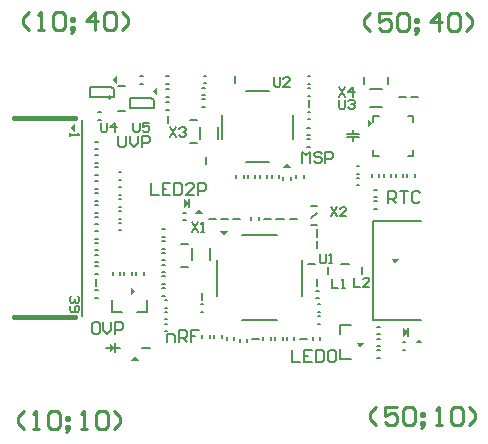
<source format=gbr>
%TF.GenerationSoftware,Altium Limited,Altium Designer,25.2.1 (25)*%
G04 Layer_Color=65535*
%FSLAX45Y45*%
%MOMM*%
%TF.SameCoordinates,B7DAEB1B-2A83-4E2F-BFC4-A44EEF3E448A*%
%TF.FilePolarity,Positive*%
%TF.FileFunction,Legend,Top*%
%TF.Part,CustomerPanel*%
G01*
G75*
%TA.AperFunction,NonConductor*%
%ADD43C,0.15000*%
%ADD45C,0.45000*%
%ADD62C,0.25400*%
%ADD63C,0.20000*%
G36*
X2034998Y1324996D02*
X2067156Y1286407D01*
X2002841D01*
X2034998Y1324996D01*
D02*
G37*
G36*
X1870031Y1400264D02*
X1828031Y1360264D01*
Y1440264D01*
X1870031Y1400264D01*
D02*
G37*
G36*
X2039293Y1876075D02*
X2000704Y1843917D01*
Y1908232D01*
X2039293Y1876075D01*
D02*
G37*
G36*
X1490704Y3261074D02*
X1529293Y3293232D01*
Y3228917D01*
X1490704Y3261074D01*
D02*
G37*
G36*
X2494999Y2624996D02*
X2449999Y2584996D01*
Y2664996D01*
X2494999Y2624996D01*
D02*
G37*
G36*
X1846408Y3664994D02*
X1884996Y3697151D01*
Y3632837D01*
X1846408Y3664994D01*
D02*
G37*
G36*
X2186410Y3569995D02*
X2224998Y3602153D01*
Y3537838D01*
X2186410Y3569995D01*
D02*
G37*
G36*
X3946077Y1400701D02*
X3913920Y1439290D01*
X3978235D01*
X3946077Y1400701D01*
D02*
G37*
G36*
X4441077Y1474290D02*
X4473235Y1435701D01*
X4408920D01*
X4441077Y1474290D01*
D02*
G37*
G36*
X4354998Y1529996D02*
X4309998Y1489996D01*
Y1569996D01*
X4354998Y1529996D01*
D02*
G37*
G36*
X4241077Y2110701D02*
X4208919Y2149290D01*
X4273234D01*
X4241077Y2110701D01*
D02*
G37*
G36*
X2581077Y2569290D02*
X2613235Y2530701D01*
X2548920D01*
X2581077Y2569290D01*
D02*
G37*
G36*
X2792226Y2351407D02*
X2760068Y2389995D01*
X2824383D01*
X2792226Y2351407D01*
D02*
G37*
G36*
X3326077Y2959290D02*
X3358235Y2920701D01*
X3293920D01*
X3326077Y2959290D01*
D02*
G37*
G36*
X4044293Y3298074D02*
X4005704Y3265917D01*
Y3330231D01*
X4044293Y3298074D01*
D02*
G37*
D43*
X3769999Y1304996D02*
Y1384996D01*
Y1304996D02*
X3869999D01*
X3769999Y1514993D02*
Y1594998D01*
X3869999D01*
X1655665Y3519992D02*
Y3609994D01*
Y3519992D02*
X1855213D01*
Y3589776D01*
X1834995Y3609994D02*
X1855213Y3589776D01*
X1655665Y3609994D02*
X1834995D01*
X3913001Y2836996D02*
X3936999D01*
X3913001Y2772993D02*
X3936999D01*
X3912999Y2936995D02*
X3936997D01*
X3912999Y2872997D02*
X3936997D01*
X3452226Y1839998D02*
Y2139997D01*
X2942225Y1629996D02*
X3242224D01*
X2732228Y1839998D02*
Y2139997D01*
X2942225Y2349995D02*
X3242224D01*
X2268001Y1937996D02*
X2291998D01*
X2268001Y2001994D02*
X2291998D01*
X3156997Y2837995D02*
Y2861998D01*
X3092999Y2837995D02*
Y2861998D01*
X2054999Y1699996D02*
X2134999D01*
Y1799996D01*
X1844997Y1699996D02*
X1924997D01*
X1844997D02*
Y1799996D01*
X2737998Y3164997D02*
Y3264997D01*
X2588001Y3164997D02*
Y3264997D01*
X2974999Y3569993D02*
X3174998D01*
X2974999Y2969995D02*
X3174998D01*
X2774999Y3169994D02*
Y3369994D01*
X3374998Y3169994D02*
Y3369994D01*
X1995667Y3424996D02*
Y3514993D01*
Y3424996D02*
X2195214D01*
Y3494775D01*
X2175001Y3514993D02*
X2195214Y3494775D01*
X1995667Y3514993D02*
X2175001D01*
X4055000Y1629995D02*
X4459998D01*
X4055000D02*
Y2469993D01*
X4459998D01*
X2603001Y3537996D02*
X2626999D01*
X2603001Y3601994D02*
X2626999D01*
X4087998Y1312996D02*
X4111998D01*
X4087998Y1376996D02*
X4111998D01*
X2047999Y2012994D02*
Y2036997D01*
X2111997Y2012994D02*
Y2036997D01*
X2268001Y2337994D02*
X2291999D01*
X2268001Y2401997D02*
X2291999D01*
X2268001Y2101994D02*
X2291999D01*
X2268001Y2037996D02*
X2291999D01*
X2268001Y2301995D02*
X2291999D01*
X2268001Y2237997D02*
X2291999D01*
X2268001Y2137996D02*
X2291999D01*
X2268001Y2201994D02*
X2291999D01*
X4087998Y1476996D02*
X4111998D01*
X4087998Y1412996D02*
X4111998D01*
X2812997Y1467997D02*
Y1491995D01*
X2877000Y1467997D02*
Y1491995D01*
X2987000Y1447998D02*
Y1471996D01*
X2922997Y1447998D02*
Y1471996D01*
X3286997Y1462995D02*
Y1486998D01*
X3222999Y1462995D02*
Y1486998D01*
X3122997Y1462994D02*
Y1486997D01*
X3187000Y1462994D02*
Y1486997D01*
X4302998Y1446994D02*
X4327001D01*
X4302998Y1382996D02*
X4327001D01*
X4087998Y1512996D02*
X4111996D01*
X4087998Y1576994D02*
X4111996D01*
X1697998Y2862993D02*
X1722001D01*
X1697998Y2926996D02*
X1722001D01*
X2492000Y2589995D02*
Y2659997D01*
X1698001Y2962994D02*
X1721999D01*
X1698001Y3026997D02*
X1721999D01*
X2288001Y1801994D02*
X2311998D01*
X2288001Y1737996D02*
X2311998D01*
X2287998Y1637995D02*
X2312001D01*
X2287998Y1701993D02*
X2312001D01*
X2287999Y1537997D02*
X2311997D01*
X2287999Y1601995D02*
X2311997D01*
X2268001Y1901994D02*
X2291998D01*
X2268001Y1837996D02*
X2291998D01*
X2592998Y1702998D02*
X2617001D01*
X2592998Y1766995D02*
X2617001D01*
X2671999Y1482997D02*
Y1506995D01*
X2607996Y1482997D02*
Y1506995D01*
X2772000Y1482995D02*
Y1506998D01*
X2707997Y1482995D02*
Y1506998D01*
X1698001Y2386995D02*
X1721999D01*
X1698001Y2322997D02*
X1721999D01*
X1698001Y2286996D02*
X1721999D01*
X1698001Y2222998D02*
X1721999D01*
X1948001Y2012995D02*
Y2036993D01*
X2011999Y2012995D02*
Y2036993D01*
X4206997Y2842995D02*
Y2866993D01*
X4143000Y2842995D02*
Y2866993D01*
X4106999Y2842995D02*
Y2866993D01*
X4042996Y2842995D02*
Y2866993D01*
X4242999Y2842995D02*
Y2866993D01*
X4306997Y2842995D02*
Y2866993D01*
X1897997Y2392995D02*
X1922000D01*
X1897997Y2456998D02*
X1922000D01*
X1897997Y2592997D02*
X1922000D01*
X1897997Y2656995D02*
X1922000D01*
X1898001Y2692997D02*
X1921998D01*
X1898001Y2756995D02*
X1921998D01*
X1697998Y2606995D02*
X1722001D01*
X1697998Y2542997D02*
X1722001D01*
X1697998Y2442995D02*
X1722001D01*
X1697998Y2506998D02*
X1722001D01*
X1698001Y2706994D02*
X1721999D01*
X1698001Y2642996D02*
X1721999D01*
X1697998Y2806994D02*
X1722001D01*
X1697998Y2742996D02*
X1722001D01*
X1898000Y2492995D02*
X1921998D01*
X1898000Y2556993D02*
X1921998D01*
X4407000Y2842995D02*
Y2866993D01*
X4342997Y2842995D02*
Y2866993D01*
X4057998Y2636997D02*
X4082001D01*
X4057998Y2572994D02*
X4082001D01*
X4057998Y2672994D02*
X4082001D01*
X4057998Y2736997D02*
X4082001D01*
X1897997Y2886997D02*
X1922000D01*
X1897997Y2822994D02*
X1922000D01*
X2602998Y3501996D02*
X2627001D01*
X2602998Y3437993D02*
X2627001D01*
X2618000Y3701997D02*
X2641998D01*
X2618000Y3637994D02*
X2641998D01*
X1697998Y3141995D02*
X1722001D01*
X1697998Y3077997D02*
X1722001D01*
X3497999Y3332998D02*
X3521997D01*
X3497999Y3396996D02*
X3521997D01*
X3606997Y1462998D02*
Y1486996D01*
X3542999Y1462998D02*
Y1486996D01*
X3322999Y1462993D02*
Y1486996D01*
X3386997Y1462993D02*
Y1486996D01*
X1698000Y2086995D02*
X1721998D01*
X1698000Y2022997D02*
X1721998D01*
X1697997Y2186995D02*
X1722000D01*
X1697997Y2122998D02*
X1722000D01*
X3582997Y1602997D02*
X3606995D01*
X3582997Y1666995D02*
X3606995D01*
X3582997Y1702992D02*
X3606995D01*
X3582997Y1766995D02*
X3606995D01*
X2764997Y2489996D02*
X2824996D01*
X3022999Y2477995D02*
Y2501998D01*
X3086997Y2477995D02*
Y2501998D01*
X3234999Y2489994D02*
X3294999D01*
X3530000Y2599996D02*
X3579997D01*
X3530000Y2439996D02*
X3579997D01*
X3530000Y2499996D02*
X3579997Y2539996D01*
X3567999Y1881993D02*
X3591997D01*
X3567999Y1817996D02*
X3591997D01*
X3579998Y2239997D02*
Y2299996D01*
X3574998Y2339996D02*
Y2399996D01*
X3579998Y1919997D02*
Y1979997D01*
X3669998Y2024997D02*
Y2084997D01*
X3959997Y2024997D02*
Y2084997D01*
X3784998Y2104997D02*
X3844998D01*
X3499998Y2104997D02*
X3559998D01*
X2605001Y1804996D02*
Y1864996D01*
X2424999Y2079997D02*
X2484999D01*
X2669997Y2139997D02*
Y2239997D01*
X2520000Y2139997D02*
Y2239997D01*
X2424999Y2279997D02*
X2484999D01*
X2869998Y2489994D02*
X2929998D01*
X3024996Y1474993D02*
X3084996D01*
X3429999Y1474997D02*
X3489999D01*
X3128535Y2489994D02*
X3188535D01*
X3349997Y2489993D02*
X3409997D01*
X2659998Y2489994D02*
X2719998D01*
X1790000Y1399993D02*
X1839891D01*
X1879891D01*
X1910000D01*
X1867028Y1365261D02*
Y1435264D01*
X4344999Y3361998D02*
X4394996D01*
Y3311995D02*
Y3361998D01*
Y3021993D02*
Y3071996D01*
X4344999Y3021993D02*
X4394996D01*
X4054997D02*
Y3071996D01*
Y3021993D02*
X4104999D01*
X4054997Y3311995D02*
Y3361998D01*
X4104999D01*
X4179999Y3629993D02*
Y3689993D01*
X4029997Y3586996D02*
X4129997D01*
X4029997Y3436994D02*
X4129997D01*
X3980000Y3629993D02*
Y3689993D01*
X4369996Y3521997D02*
X4429996D01*
X4269997D02*
X4329996D01*
X3834997Y3179995D02*
X3934997D01*
X3834997Y3209997D02*
X3934997D01*
X3885071D02*
Y3244994D01*
X3885000Y3179995D02*
X3885071Y3144994D01*
X1894999Y3614997D02*
X1954999D01*
X1723001Y3327996D02*
X1746999D01*
X1723001Y3391994D02*
X1746999D01*
X2302999Y3632996D02*
X2326997D01*
X2302999Y3696993D02*
X2326997D01*
X2082997Y3696996D02*
X2107000D01*
X2082997Y3632998D02*
X2107000D01*
X2302999Y3586996D02*
X2326997D01*
X2302999Y3522993D02*
X2326997D01*
X2315000Y3304996D02*
Y3364996D01*
X1894999Y3404995D02*
X1954999D01*
X2302999Y3412996D02*
X2326997D01*
X2302999Y3476994D02*
X2326997D01*
X3491002Y3161996D02*
X3515000D01*
X3491002Y3097998D02*
X3515000D01*
X2640000Y2954997D02*
Y3014997D01*
X3056997Y2837995D02*
Y2861998D01*
X2992999Y2837995D02*
Y2861998D01*
X2956997Y2837995D02*
Y2861998D01*
X2893000Y2837995D02*
Y2861998D01*
X1697999Y1822996D02*
X1721997D01*
X1697999Y1886994D02*
X1721997D01*
X1709998Y1924997D02*
Y1984997D01*
X3356997Y2822993D02*
Y2846996D01*
X3292999Y2822993D02*
Y2846996D01*
X3256997Y2837994D02*
Y2861997D01*
X3192999Y2837994D02*
Y2861997D01*
X1848000Y2012997D02*
Y2036995D01*
X1911998Y2012997D02*
Y2036995D01*
X4351999Y1494994D02*
Y1564996D01*
X2442998Y2477997D02*
X2467001D01*
X2442998Y2541995D02*
X2467001D01*
X3466997Y2837995D02*
Y2861998D01*
X3403000Y2837995D02*
Y2861998D01*
X2879999Y3639996D02*
Y3699995D01*
X3491002Y3197998D02*
X3515000D01*
X3491002Y3261996D02*
X3515000D01*
X3497999Y3696996D02*
X3521997D01*
X3497999Y3632998D02*
X3521997D01*
X2100000Y1399997D02*
X2160000D01*
X3510001Y3434995D02*
Y3494995D01*
X2500001Y3129998D02*
X2560001D01*
X2500001Y3324993D02*
X2560001D01*
X3497999Y3596996D02*
X3521997D01*
X3497999Y3532998D02*
X3521997D01*
X1590000Y1669995D02*
Y3329996D01*
X1551644Y1834996D02*
X1564972Y1821667D01*
Y1795009D01*
X1551644Y1781680D01*
X1538314D01*
X1524986Y1795009D01*
Y1808338D01*
Y1795009D01*
X1511656Y1781680D01*
X1498327D01*
X1484998Y1795009D01*
Y1821667D01*
X1498327Y1834996D01*
Y1755022D02*
X1484998Y1741693D01*
Y1715035D01*
X1498327Y1701706D01*
X1551644D01*
X1564972Y1715035D01*
Y1741693D01*
X1551644Y1755022D01*
X1538314D01*
X1524986Y1741693D01*
Y1701706D01*
X1484998Y3214996D02*
Y3188338D01*
Y3201667D01*
X1564972D01*
X1551644Y3214996D01*
X2023354Y3304983D02*
Y3238338D01*
X2036683Y3225009D01*
X2063341D01*
X2076670Y3238338D01*
Y3304983D01*
X2156644D02*
X2103328D01*
Y3264996D01*
X2129986Y3278325D01*
X2143315D01*
X2156644Y3264996D01*
Y3238338D01*
X2143315Y3225009D01*
X2116657D01*
X2103328Y3238338D01*
X1748353Y3304983D02*
Y3238338D01*
X1761683Y3225009D01*
X1788341D01*
X1801669Y3238338D01*
Y3304983D01*
X1868315Y3225009D02*
Y3304983D01*
X1828328Y3264996D01*
X1881644D01*
X3888353Y1989983D02*
Y1910009D01*
X3941670D01*
X4021644D02*
X3968328D01*
X4021644Y1963325D01*
Y1976654D01*
X4008315Y1989983D01*
X3981657D01*
X3968328Y1976654D01*
X2516682Y2459983D02*
X2569998Y2380009D01*
Y2459983D02*
X2516682Y2380009D01*
X2596656D02*
X2623315D01*
X2609986D01*
Y2459983D01*
X2596656Y2446654D01*
X3763353Y3604983D02*
X3816670Y3525009D01*
Y3604983D02*
X3763353Y3525009D01*
X3883315D02*
Y3604983D01*
X3843328Y3564996D01*
X3896644D01*
X2333353Y3264983D02*
X2386670Y3185009D01*
Y3264983D02*
X2333353Y3185009D01*
X2413328Y3251654D02*
X2426657Y3264983D01*
X2453315D01*
X2466644Y3251654D01*
Y3238325D01*
X2453315Y3224996D01*
X2439986D01*
X2453315D01*
X2466644Y3211667D01*
Y3198338D01*
X2453315Y3185009D01*
X2426657D01*
X2413328Y3198338D01*
X3601682Y2194983D02*
Y2128338D01*
X3615012Y2115009D01*
X3641670D01*
X3654999Y2128338D01*
Y2194983D01*
X3681657Y2115009D02*
X3708315D01*
X3694986D01*
Y2194983D01*
X3681657Y2181654D01*
X3706682Y1984983D02*
Y1905009D01*
X3759998D01*
X3786656D02*
X3813314D01*
X3799986D01*
Y1984983D01*
X3786656Y1971654D01*
X3213353Y3689983D02*
Y3623338D01*
X3226683Y3610009D01*
X3253341D01*
X3266670Y3623338D01*
Y3689983D01*
X3346644Y3610009D02*
X3293328D01*
X3346644Y3663325D01*
Y3676654D01*
X3333315Y3689983D01*
X3306657D01*
X3293328Y3676654D01*
X3693354Y2589983D02*
X3746670Y2510009D01*
Y2589983D02*
X3693354Y2510009D01*
X3826644D02*
X3773328D01*
X3826644Y2563325D01*
Y2576654D01*
X3813315Y2589983D01*
X3786657D01*
X3773328Y2576654D01*
X3763353Y3499983D02*
Y3433338D01*
X3776683Y3420009D01*
X3803341D01*
X3816670Y3433338D01*
Y3499983D01*
X3843328Y3486654D02*
X3856657Y3499983D01*
X3883315D01*
X3896644Y3486654D01*
Y3473325D01*
X3883315Y3459996D01*
X3869986D01*
X3883315D01*
X3896644Y3446667D01*
Y3433338D01*
X3883315Y3420009D01*
X3856657D01*
X3843328Y3433338D01*
D45*
X1014998Y3340622D02*
X1529998D01*
X1014998Y1659996D02*
X1529998D01*
D62*
X4076427Y741520D02*
X4025644Y792304D01*
Y843088D01*
X4076427Y893871D01*
X4254170D02*
X4152603D01*
Y817696D01*
X4203386Y843088D01*
X4228778D01*
X4254170Y817696D01*
Y766912D01*
X4228778Y741520D01*
X4177995D01*
X4152603Y766912D01*
X4304954Y868479D02*
X4330345Y893871D01*
X4381129D01*
X4406521Y868479D01*
Y766912D01*
X4381129Y741520D01*
X4330345D01*
X4304954Y766912D01*
Y868479D01*
X4457304Y817696D02*
Y843088D01*
X4482696D01*
Y817696D01*
X4457304D01*
Y766912D02*
X4482696D01*
Y741520D01*
X4457304Y716129D01*
X4482696Y741520D02*
X4457304D01*
Y766912D01*
X4584263Y741520D02*
X4635047D01*
X4609655D01*
Y893871D01*
X4584263Y868479D01*
X4711222D02*
X4736614Y893871D01*
X4787397D01*
X4812789Y868479D01*
Y766912D01*
X4787397Y741520D01*
X4736614D01*
X4711222Y766912D01*
Y868479D01*
X4863573Y741520D02*
X4914356Y792304D01*
Y843088D01*
X4863573Y893871D01*
X4028732Y4081521D02*
X3977948Y4132304D01*
Y4183088D01*
X4028732Y4233871D01*
X4206474D02*
X4104907D01*
Y4157696D01*
X4155690Y4183088D01*
X4181082D01*
X4206474Y4157696D01*
Y4106913D01*
X4181082Y4081521D01*
X4130299D01*
X4104907Y4106913D01*
X4257258Y4208480D02*
X4282650Y4233871D01*
X4333433D01*
X4358825Y4208480D01*
Y4106913D01*
X4333433Y4081521D01*
X4282650D01*
X4257258Y4106913D01*
Y4208480D01*
X4409608Y4157696D02*
Y4183088D01*
X4435000D01*
Y4157696D01*
X4409608D01*
Y4106913D02*
X4435000D01*
Y4081521D01*
X4409608Y4056129D01*
X4435000Y4081521D02*
X4409608D01*
Y4106913D01*
X4612743Y4081521D02*
Y4233871D01*
X4536567Y4157696D01*
X4638134D01*
X4688918Y4208480D02*
X4714310Y4233871D01*
X4765093D01*
X4790485Y4208480D01*
Y4106913D01*
X4765093Y4081521D01*
X4714310D01*
X4688918Y4106913D01*
Y4208480D01*
X4841269Y4081521D02*
X4892052Y4132304D01*
Y4183088D01*
X4841269Y4233871D01*
X1136427Y4091521D02*
X1085644Y4142304D01*
Y4193088D01*
X1136427Y4243871D01*
X1212603Y4091521D02*
X1263386D01*
X1237995D01*
Y4243871D01*
X1212603Y4218479D01*
X1339562D02*
X1364954Y4243871D01*
X1415737D01*
X1441129Y4218479D01*
Y4116913D01*
X1415737Y4091521D01*
X1364954D01*
X1339562Y4116913D01*
Y4218479D01*
X1491912Y4167696D02*
Y4193088D01*
X1517304D01*
Y4167696D01*
X1491912D01*
Y4116913D02*
X1517304D01*
Y4091521D01*
X1491912Y4066129D01*
X1517304Y4091521D02*
X1491912D01*
Y4116913D01*
X1695047Y4091521D02*
Y4243871D01*
X1618871Y4167696D01*
X1720439D01*
X1771222Y4218479D02*
X1796614Y4243871D01*
X1847397D01*
X1872789Y4218479D01*
Y4116913D01*
X1847397Y4091521D01*
X1796614D01*
X1771222Y4116913D01*
Y4218479D01*
X1923573Y4091521D02*
X1974356Y4142304D01*
Y4193088D01*
X1923573Y4243871D01*
X1099124Y711521D02*
X1048340Y762304D01*
Y813088D01*
X1099124Y863871D01*
X1175299Y711521D02*
X1226082D01*
X1200691D01*
Y863871D01*
X1175299Y838479D01*
X1302258D02*
X1327650Y863871D01*
X1378433D01*
X1403825Y838479D01*
Y736912D01*
X1378433Y711521D01*
X1327650D01*
X1302258Y736912D01*
Y838479D01*
X1454608Y787696D02*
Y813088D01*
X1480000D01*
Y787696D01*
X1454608D01*
Y736912D02*
X1480000D01*
Y711521D01*
X1454608Y686129D01*
X1480000Y711521D02*
X1454608D01*
Y736912D01*
X1581567Y711521D02*
X1632351D01*
X1606959D01*
Y863871D01*
X1581567Y838479D01*
X1708526D02*
X1733918Y863871D01*
X1784702D01*
X1810093Y838479D01*
Y736912D01*
X1784702Y711521D01*
X1733918D01*
X1708526Y736912D01*
Y838479D01*
X1860877Y711521D02*
X1911660Y762304D01*
Y813088D01*
X1860877Y863871D01*
X1819954Y3515083D02*
Y3529595D01*
D63*
X3369999Y1379963D02*
Y1279996D01*
X3436644D01*
X3536611Y1379963D02*
X3469966D01*
Y1279996D01*
X3536611D01*
X3469966Y1329980D02*
X3503289D01*
X3569934Y1379963D02*
Y1279996D01*
X3619918D01*
X3636579Y1296657D01*
Y1363302D01*
X3619918Y1379963D01*
X3569934D01*
X3669902Y1363302D02*
X3686563Y1379963D01*
X3719886D01*
X3736547Y1363302D01*
Y1296657D01*
X3719886Y1279996D01*
X3686563D01*
X3669902Y1296657D01*
Y1363302D01*
X1894998Y3194963D02*
Y3111657D01*
X1911660Y3094996D01*
X1944982D01*
X1961644Y3111657D01*
Y3194963D01*
X1994966D02*
Y3128318D01*
X2028289Y3094996D01*
X2061611Y3128318D01*
Y3194963D01*
X2094934Y3094996D02*
Y3194963D01*
X2144918D01*
X2161579Y3178302D01*
Y3144979D01*
X2144918Y3128318D01*
X2094934D01*
X4179998Y2624996D02*
Y2724964D01*
X4229982D01*
X4246644Y2708302D01*
Y2674980D01*
X4229982Y2658318D01*
X4179998D01*
X4213321D02*
X4246644Y2624996D01*
X4279966Y2724964D02*
X4346611D01*
X4313289D01*
Y2624996D01*
X4446579Y2708302D02*
X4429918Y2724964D01*
X4396595D01*
X4379934Y2708302D01*
Y2641657D01*
X4396595Y2624996D01*
X4429918D01*
X4446579Y2641657D01*
X1719982Y1614963D02*
X1686660D01*
X1669998Y1598302D01*
Y1531657D01*
X1686660Y1514996D01*
X1719982D01*
X1736643Y1531657D01*
Y1598302D01*
X1719982Y1614963D01*
X1769966D02*
Y1548318D01*
X1803289Y1514996D01*
X1836611Y1548318D01*
Y1614963D01*
X1869934Y1514996D02*
Y1614963D01*
X1919918D01*
X1936579Y1598302D01*
Y1564980D01*
X1919918Y1548318D01*
X1869934D01*
X3449998Y2959996D02*
Y3059963D01*
X3483321Y3026641D01*
X3516643Y3059963D01*
Y2959996D01*
X3616611Y3043302D02*
X3599950Y3059963D01*
X3566628D01*
X3549966Y3043302D01*
Y3026641D01*
X3566628Y3009980D01*
X3599950D01*
X3616611Y2993318D01*
Y2976657D01*
X3599950Y2959996D01*
X3566628D01*
X3549966Y2976657D01*
X3649934Y2959996D02*
Y3059963D01*
X3699918D01*
X3716579Y3043302D01*
Y3009980D01*
X3699918Y2993318D01*
X3649934D01*
X2309998Y1449996D02*
Y1516641D01*
X2359982D01*
X2376643Y1499979D01*
Y1449996D01*
X2409966D02*
Y1549963D01*
X2459950D01*
X2476611Y1533302D01*
Y1499979D01*
X2459950Y1483318D01*
X2409966D01*
X2443289D02*
X2476611Y1449996D01*
X2576579Y1549963D02*
X2509934D01*
Y1499979D01*
X2543257D01*
X2509934D01*
Y1449996D01*
X2169998Y2789963D02*
Y2689996D01*
X2236643D01*
X2336611Y2789963D02*
X2269966D01*
Y2689996D01*
X2336611D01*
X2269966Y2739980D02*
X2303289D01*
X2369934Y2789963D02*
Y2689996D01*
X2419918D01*
X2436579Y2706657D01*
Y2773302D01*
X2419918Y2789963D01*
X2369934D01*
X2536547Y2689996D02*
X2469902D01*
X2536547Y2756641D01*
Y2773302D01*
X2519886Y2789963D01*
X2486563D01*
X2469902Y2773302D01*
X2569870Y2689996D02*
Y2789963D01*
X2619854D01*
X2636515Y2773302D01*
Y2739980D01*
X2619854Y2723318D01*
X2569870D01*
%TF.MD5,59f8f2cb3ba3dfb3facbf497f51f14ce*%
M02*

</source>
